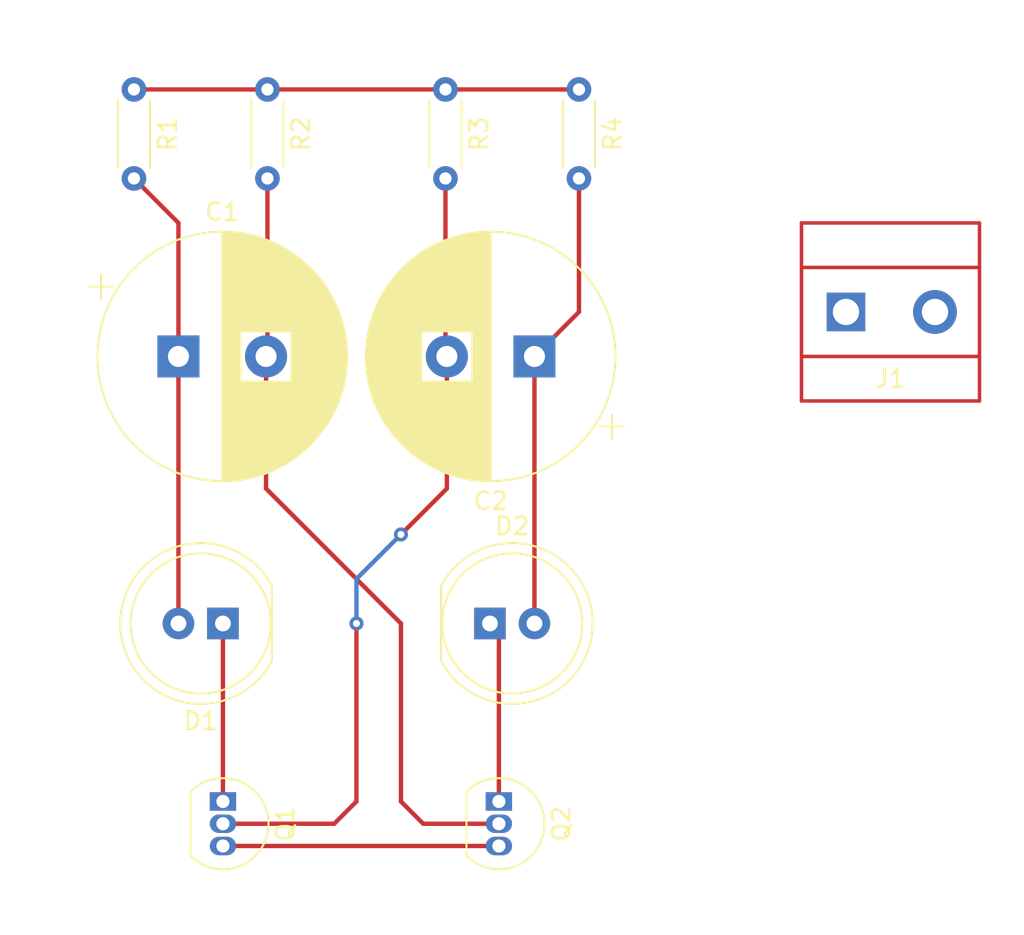
<source format=kicad_pcb>
(kicad_pcb (version 20211014) (generator pcbnew)
  (layers (0 "F.Cu" signal) (31 "B.Cu" signal) (34 "B.Paste" user) (35 "F.Paste" user) (36 "B.SilkS" user "B.Silkscreen") (37 "F.SilkS" user "F.Silkscreen") (38 "B.Mask" user) (39 "F.Mask" user) (44 "Edge.Cuts" user))
  (net 0 "")
  (net 1 "Net-(C1-Pad1)")
  (net 2 "Net-(C1-Pad2)")
  (net 3 "Net-(C2-Pad1)")
  (net 4 "Net-(C2-Pad2)")
  (net 5 "Net-(D1-Pad1)")
  (net 6 "Net-(D2-Pad1)")
  (net 7 "GND")
  (net 8 "VCC")
  (footprint "Resistor_THT:R_Axial_DIN0204_L3.6mm_D1.6mm_P5.08mm_Horizontal" (layer "F.Cu") (at 119.38 66.04 -90)
    (fp_text reference "R3" (at 2.54 -1.92 90) (layer "F.SilkS"))
    (fp_text value "470R")
    (fp_line (start 0.62 -0.92) (end 4.46 -0.92) (layer "F.SilkS") (width 0.12))
    (fp_line (start 0.62 0.92) (end 4.46 0.92) (layer "F.SilkS") (width 0.12))
    (pad "1" thru_hole circle (at 0 0 270) (size 1.4 1.4) (drill 0.7) (layers *.Cu *.Mask) (net 8 "VCC"))
    (pad "2" thru_hole oval (at 5.08 0 270) (size 1.4 1.4) (drill 0.7) (layers *.Cu *.Mask) (net 4 "Net-(C2-Pad2)"))
  )
  (footprint "Resistor_THT:R_Axial_DIN0204_L3.6mm_D1.6mm_P5.08mm_Horizontal" (layer "F.Cu") (at 101.6 66.04 -90)
    (fp_text reference "R1" (at 2.54 -1.92 90) (layer "F.SilkS"))
    (fp_text value "470R")
    (fp_line (start 0.62 0.92) (end 4.46 0.92) (layer "F.SilkS") (width 0.12))
    (fp_line (start 0.62 -0.92) (end 4.46 -0.92) (layer "F.SilkS") (width 0.12))
    (pad "1" thru_hole circle (at 0 0 270) (size 1.4 1.4) (drill 0.7) (layers *.Cu *.Mask) (net 8 "VCC"))
    (pad "2" thru_hole oval (at 5.08 0 270) (size 1.4 1.4) (drill 0.7) (layers *.Cu *.Mask) (net 1 "Net-(C1-Pad1)"))
  )
  (footprint "Capacitor_THT:CP_Radial_D14.0mm_P5.00mm" (layer "F.Cu") (at 104.14 81.28)
    (fp_text reference "C1" (at 2.5 -8.25) (layer "F.SilkS"))
    (fp_text value "100uF")
    (fp_line (start 6.221 1.44) (end 6.221 6.031) (layer "F.SilkS") (width 0.12))
    (fp_line (start 2.7 -7.078) (end 2.7 7.078) (layer "F.SilkS") (width 0.12))
    (fp_line (start 7.141 -5.361) (end 7.141 5.361) (layer "F.SilkS") (width 0.12))
    (fp_line (start 8.901 -3.08) (end 8.901 3.08) (layer "F.SilkS") (width 0.12))
    (fp_line (start 2.74 -7.076) (end 2.74 7.076) (layer "F.SilkS") (width 0.12))
    (fp_line (start 6.101 1.44) (end 6.101 6.103) (layer "F.SilkS") (width 0.12))
    (fp_line (start 3.901 1.44) (end 3.901 6.942) (layer "F.SilkS") (width 0.12))
    (fp_line (start 4.341 -6.839) (end 4.341 -1.44) (layer "F.SilkS") (width 0.12))
    (fp_line (start 5.581 1.44) (end 5.581 6.38) (layer "F.SilkS") (width 0.12))
    (fp_line (start 4.141 1.44) (end 4.141 6.889) (layer "F.SilkS") (width 0.12))
    (fp_line (start 8.021 -4.458) (end 8.021 4.458) (layer "F.SilkS") (width 0.12))
    (fp_line (start 5.341 -6.49) (end 5.341 -1.44) (layer "F.SilkS") (width 0.12))
    (fp_line (start 5.861 -6.238) (end 5.861 -1.44) (layer "F.SilkS") (width 0.12))
    (fp_line (start -5.119543 -3.995) (end -3.719543 -3.995) (layer "F.SilkS") (width 0.12))
    (fp_line (start -4.419543 -4.695) (end -4.419543 -3.295) (layer "F.SilkS") (width 0.12))
    (fp_line (start 6.261 1.44) (end 6.261 6.007) (layer "F.SilkS") (width 0.12))
    (fp_line (start 7.021 -5.462) (end 7.021 5.462) (layer "F.SilkS") (width 0.12))
    (fp_line (start 2.5 -7.08) (end 2.5 7.08) (layer "F.SilkS") (width 0.12))
    (fp_line (start 7.861 -4.647) (end 7.861 4.647) (layer "F.SilkS") (width 0.12))
    (fp_line (start 8.141 -4.306) (end 8.141 4.306) (layer "F.SilkS") (width 0.12))
    (fp_line (start 5.461 1.44) (end 5.461 6.436) (layer "F.SilkS") (width 0.12))
    (fp_line (start 8.061 -4.408) (end 8.061 4.408) (layer "F.SilkS") (width 0.12))
    (fp_line (start 7.661 -4.866) (end 7.661 4.866) (layer "F.SilkS") (width 0.12))
    (fp_line (start 7.061 -5.429) (end 7.061 5.429) (layer "F.SilkS") (width 0.12))
    (fp_line (start 5.181 1.44) (end 5.181 6.557) (layer "F.SilkS") (width 0.12))
    (fp_line (start 5.741 1.44) (end 5.741 6.301) (layer "F.SilkS") (width 0.12))
    (fp_line (start 6.261 -6.007) (end 6.261 -1.44) (layer "F.SilkS") (width 0.12))
    (fp_line (start 9.301 -2.071) (end 9.301 2.071) (layer "F.SilkS") (width 0.12))
    (fp_line (start 6.541 -5.823) (end 6.541 5.823) (layer "F.SilkS") (width 0.12))
    (fp_line (start 5.021 -6.62) (end 5.021 -1.44) (layer "F.SilkS") (width 0.12))
    (fp_line (start 3.621 1.44) (end 3.621 6.992) (layer "F.SilkS") (width 0.12))
    (fp_line (start 6.741 -5.68) (end 6.741 5.68) (layer "F.SilkS") (width 0.12))
    (fp_line (start 2.86 -7.071) (end 2.86 7.071) (layer "F.SilkS") (width 0.12))
    (fp_line (start 3.14 -7.052) (end 3.14 7.052) (layer "F.SilkS") (width 0.12))
    (fp_line (start 7.341 -5.182) (end 7.341 5.182) (layer "F.SilkS") (width 0.12))
    (fp_line (start 5.501 -6.418) (end 5.501 -1.44) (layer "F.SilkS") (width 0.12))
    (fp_line (start 3.941 -6.933) (end 3.941 -1.44) (layer "F.SilkS") (width 0.12))
    (fp_line (start 9.461 -1.461) (end 9.461 1.461) (layer "F.SilkS") (width 0.12))
    (fp_line (start 6.301 1.44) (end 6.301 5.982) (layer "F.SilkS") (width 0.12))
    (fp_line (start 4.061 -6.907) (end 4.061 -1.44) (layer "F.SilkS") (width 0.12))
    (fp_line (start 3.741 -6.972) (end 3.741 -1.44) (layer "F.SilkS") (width 0.12))
    (fp_line (start 5.621 1.44) (end 5.621 6.36) (layer "F.SilkS") (width 0.12))
    (fp_line (start 5.461 -6.436) (end 5.461 -1.44) (layer "F.SilkS") (width 0.12))
    (fp_line (start 5.141 1.44) (end 5.141 6.573) (layer "F.SilkS") (width 0.12))
    (fp_line (start 7.221 -5.291) (end 7.221 5.291) (layer "F.SilkS") (width 0.12))
    (fp_line (start 9.421 -1.636) (end 9.421 1.636) (layer "F.SilkS") (width 0.12))
    (fp_line (start 5.221 -6.54) (end 5.221 -1.44) (layer "F.SilkS") (width 0.12))
    (fp_line (start 8.261 -4.146) (end 8.261 4.146) (layer "F.SilkS") (width 0.12))
    (fp_line (start 4.741 -6.719) (end 4.741 -1.44) (layer "F.SilkS") (width 0.12))
    (fp_line (start 4.261 -6.86) (end 4.261 -1.44) (layer "F.SilkS") (width 0.12))
    (fp_line (start 3.701 1.44) (end 3.701 6.979) (layer "F.SilkS") (width 0.12))
    (fp_line (start 4.221 -6.87) (end 4.221 -1.44) (layer "F.SilkS") (width 0.12))
    (fp_line (start 7.981 -4.506) (end 7.981 4.506) (layer "F.SilkS") (width 0.12))
    (fp_line (start 8.861 -3.161) (end 8.861 3.161) (layer "F.SilkS") (width 0.12))
    (fp_line (start 8.781 -3.315) (end 8.781 3.315) (layer "F.SilkS") (width 0.12))
    (fp_line (start 4.621 1.44) (end 4.621 6.758) (layer "F.SilkS") (width 0.12))
    (fp_line (start 4.541 1.44) (end 4.541 6.782) (layer "F.SilkS") (width 0.12))
    (fp_line (start 9.381 -1.794) (end 9.381 1.794) (layer "F.SilkS") (width 0.12))
    (fp_line (start 4.661 1.44) (end 4.661 6.745) (layer "F.SilkS") (width 0.12))
    (fp_line (start 9.581 -0.714) (end 9.581 0.714) (layer "F.SilkS") (width 0.12))
    (fp_line (start 3.981 -6.925) (end 3.981 -1.44) (layer "F.SilkS") (width 0.12))
    (fp_line (start 7.741 -4.781) (end 7.741 4.781) (layer "F.SilkS") (width 0.12))
    (fp_line (start 8.701 -3.461) (end 8.701 3.461) (layer "F.SilkS") (width 0.12))
    (fp_line (start 6.781 -5.65) (end 6.781 5.65) (layer "F.SilkS") (width 0.12))
    (fp_line (start 3.221 -7.044) (end 3.221 7.044) (layer "F.SilkS") (width 0.12))
    (fp_line (start 3.02 -7.061) (end 3.02 7.061) (layer "F.SilkS") (width 0.12))
    (fp_line (start 4.381 -6.828) (end 4.381 -1.44) (layer "F.SilkS") (width 0.12))
    (fp_line (start 8.541 -3.73) (end 8.541 3.73) (layer "F.SilkS") (width 0.12))
    (fp_line (start 4.821 1.44) (end 4.821 6.692) (layer "F.SilkS") (width 0.12))
    (fp_line (start 4.181 1.44) (end 4.181 6.879) (layer "F.SilkS") (width 0.12))
    (fp_line (start 3.661 1.44) (end 3.661 6.985) (layer "F.SilkS") (width 0.12))
    (fp_line (start 6.181 -6.056) (end 6.181 -1.44) (layer "F.SilkS") (width 0.12))
    (fp_line (start 5.541 -6.399) (end 5.541 -1.44) (layer "F.SilkS") (width 0.12))
    (fp_line (start 5.781 -6.28) (end 5.781 -1.44) (layer "F.SilkS") (width 0.12))
    (fp_line (start 4.021 1.44) (end 4.021 6.916) (layer "F.SilkS") (width 0.12))
    (fp_line (start 4.461 1.44) (end 4.461 6.805) (layer "F.SilkS") (width 0.12))
    (fp_line (start 2.62 -7.079) (end 2.62 7.079) (layer "F.SilkS") (width 0.12))
    (fp_line (start 2.9 -7.069) (end 2.9 7.069) (layer "F.SilkS") (width 0.12))
    (fp_line (start 8.741 -3.389) (end 8.741 3.389) (layer "F.SilkS") (width 0.12))
    (fp_line (start 7.901 -4.601) (end 7.901 4.601) (layer "F.SilkS") (width 0.12))
    (fp_line (start 7.181 -5.326) (end 7.181 5.326) (layer "F.SilkS") (width 0.12))
    (fp_line (start 8.341 -4.033) (end 8.341 4.033) (layer "F.SilkS") (width 0.12))
    (fp_line (start 7.621 -4.908) (end 7.621 4.908) (layer "F.SilkS") (width 0.12))
    (fp_line (start 5.981 -6.172) (end 5.981 -1.44) (layer "F.SilkS") (width 0.12))
    (fp_line (start 5.141 -6.573) (end 5.141 -1.44) (layer "F.SilkS") (width 0.12))
    (fp_line (start 6.901 -5.558) (end 6.901 5.558) (layer "F.SilkS") (width 0.12))
    (fp_line (start 5.701 -6.321) (end 5.701 -1.44) (layer "F.SilkS") (width 0.12))
    (fp_line (start 6.421 -5.904) (end 6.421 -1.44) (layer "F.SilkS") (width 0.12))
    (fp_line (start 4.701 1.44) (end 4.701 6.732) (layer "F.SilkS") (width 0.12))
    (fp_line (start 8.821 -3.24) (end 8.821 3.24) (layer "F.SilkS") (width 0.12))
    (fp_line (start 9.261 -2.196) (end 9.261 2.196) (layer "F.SilkS") (width 0.12))
    (fp_line (start 3.781 -6.964) (end 3.781 -1.44) (layer "F.SilkS") (width 0.12))
    (fp_line (start 6.821 -5.62) (end 6.821 5.62) (layer "F.SilkS") (width 0.12))
    (fp_line (start 8.661 -3.531) (end 8.661 3.531) (layer "F.SilkS") (width 0.12))
    (fp_line (start 3.701 -6.979) (end 3.701 -1.44) (layer "F.SilkS") (width 0.12))
    (fp_line (start 3.861 1.44) (end 3.861 6.949) (layer "F.SilkS") (width 0.12))
    (fp_line (start 5.021 1.44) (end 5.021 6.62) (layer "F.SilkS") (width 0.12))
    (fp_line (start 6.301 -5.982) (end 6.301 -1.44) (layer "F.SilkS") (width 0.12))
    (fp_line (start 3.941 1.44) (end 3.941 6.933) (layer "F.SilkS") (width 0.12))
    (fp_line (start 4.501 -6.794) (end 4.501 -1.44) (layer "F.SilkS") (width 0.12))
    (fp_line (start 4.021 -6.916) (end 4.021 -1.44) (layer "F.SilkS") (width 0.12))
    (fp_line (start 6.141 -6.08) (end 6.141 -1.44) (layer "F.SilkS") (width 0.12))
    (fp_line (start 8.461 -3.856) (end 8.461 3.856) (layer "F.SilkS") (width 0.12))
    (fp_line (start 6.941 -5.527) (end 6.941 5.527) (layer "F.SilkS") (width 0.12))
    (fp_line (start 5.061 -6.604) (end 5.061 -1.44) (layer "F.SilkS") (width 0.12))
    (fp_line (start 8.301 -4.09) (end 8.301 4.09) (layer "F.SilkS") (width 0.12))
    (fp_line (start 6.181 1.44) (end 6.181 6.056) (layer "F.SilkS") (width 0.12))
    (fp_line (start 4.421 1.44) (end 4.421 6.817) (layer "F.SilkS") (width 0.12))
    (fp_line (start 3.341 -7.031) (end 3.341 7.031) (layer "F.SilkS") (width 0.12))
    (fp_line (start 7.781 -4.737) (end 7.781 4.737) (layer "F.SilkS") (width 0.12))
    (fp_line (start 8.501 -3.794) (end 8.501 3.794) (layer "F.SilkS") (width 0.12))
    (fp_line (start 5.301 1.44) (end 5.301 6.507) (layer "F.SilkS") (width 0.12))
    (fp_line (start 4.741 1.44) (end 4.741 6.719) (layer "F.SilkS") (width 0.12))
    (fp_line (start 3.381 -7.026) (end 3.381 7.026) (layer "F.SilkS") (width 0.12))
    (fp_line (start 3.861 -6.949) (end 3.861 -1.44) (layer "F.SilkS") (width 0.12))
    (fp_line (start 9.181 -2.425) (end 9.181 2.425) (layer "F.SilkS") (width 0.12))
    (fp_line (start 2.82 -7.073) (end 2.82 7.073) (layer "F.SilkS") (width 0.12))
    (fp_line (start 4.301 -6.849) (end 4.301 -1.44) (layer "F.SilkS") (width 0.12))
    (fp_line (start 7.301 -5.219) (end 7.301 5.219) (layer "F.SilkS") (width 0.12))
    (fp_line (start 4.541 -6.782) (end 4.541 -1.44) (layer "F.SilkS") (width 0.12))
    (fp_line (start 5.101 -6.589) (end 5.101 -1.44) (layer "F.SilkS") (width 0.12))
    (fp_line (start 5.181 -6.557) (end 5.181 -1.44) (layer "F.SilkS") (width 0.12))
    (fp_line (start 5.941 1.44) (end 5.941 6.194) (layer "F.SilkS") (width 0.12))
    (fp_line (start 4.381 1.44) (end 4.381 6.828) (layer "F.SilkS") (width 0.12))
    (fp_line (start 3.781 1.44) (end 3.781 6.964) (layer "F.SilkS") (width 0.12))
    (fp_line (start 3.1 -7.055) (end 3.1 7.055) (layer "F.SilkS") (width 0.12))
    (fp_line (start 6.581 -5.796) (end 6.581 5.796) (layer "F.SilkS") (width 0.12))
    (fp_line (start 9.021 -2.821) (end 9.021 2.821) (layer "F.SilkS") (width 0.12))
    (fp_line (start 4.941 -6.649) (end 4.941 -1.44) (layer "F.SilkS") (width 0.12))
    (fp_line (start 4.861 1.44) (end 4.861 6.678) (layer "F.SilkS") (width 0.12))
    (fp_line (start 4.261 1.44) (end 4.261 6.86) (layer "F.SilkS") (width 0.12))
    (fp_line (start 6.501 -5.851) (end 6.501 5.851) (layer "F.SilkS") (width 0.12))
    (fp_line (start 2.54 -7.08) (end 2.54 7.08) (layer "F.SilkS") (width 0.12))
    (fp_line (start 6.341 -5.956) (end 6.341 -1.44) (layer "F.SilkS") (width 0.12))
    (fp_line (start 3.501 -7.01) (end 3.501 7.01) (layer "F.SilkS") (width 0.12))
    (fp_line (start 6.981 -5.494) (end 6.981 5.494) (layer "F.SilkS") (width 0.12))
    (fp_line (start 5.661 1.44) (end 5.661 6.341) (layer "F.SilkS") (width 0.12))
    (fp_line (start 3.06 -7.058) (end 3.06 7.058) (layer "F.SilkS") (width 0.12))
    (fp_line (start 7.381 -5.145) (end 7.381 5.145) (layer "F.SilkS") (width 0.12))
    (fp_line (start 2.98 -7.064) (end 2.98 7.064) (layer "F.SilkS") (width 0.12))
    (fp_line (start 3.821 -6.957) (end 3.821 -1.44) (layer "F.SilkS") (width 0.12))
    (fp_line (start 6.701 -5.71) (end 6.701 5.71) (layer "F.SilkS") (width 0.12))
    (fp_line (start 6.101 -6.103) (end 6.101 -1.44) (layer "F.SilkS") (width 0.12))
    (fp_line (start 6.461 -5.878) (end 6.461 5.878) (layer "F.SilkS") (width 0.12))
    (fp_line (start 9.141 -2.53) (end 9.141 2.53) (layer "F.SilkS") (width 0.12))
    (fp_line (start 6.141 1.44) (end 6.141 6.08) (layer "F.SilkS") (width 0.12))
    (fp_line (start 6.021 -6.15) (end 6.021 -1.44) (layer "F.SilkS") (width 0.12))
    (fp_line (start 9.541 -1.025) (end 9.541 1.025) (layer "F.SilkS") (width 0.12))
    (fp_line (start 6.421 1.44) (end 6.421 5.904) (layer "F.SilkS") (width 0.12))
    (fp_line (start 3.981 1.44) (end 3.981 6.925) (layer "F.SilkS") (width 0.12))
    (fp_line (start 5.301 -6.507) (end 5.301 -1.44) (layer "F.SilkS") (width 0.12))
    (fp_line (start 2.66 -7.079) (end 2.66 7.079) (layer "F.SilkS") (width 0.12))
    (fp_line (start 4.101 -6.898) (end 4.101 -1.44) (layer "F.SilkS") (width 0.12))
    (fp_line (start 6.021 1.44) (end 6.021 6.15) (layer "F.SilkS") (width 0.12))
    (fp_line (start 9.061 -2.728) (end 9.061 2.728) (layer "F.SilkS") (width 0.12))
    (fp_line (start 7.581 -4.949) (end 7.581 4.949) (layer "F.SilkS") (width 0.12))
    (fp_line (start 9.101 -2.632) (end 9.101 2.632) (layer "F.SilkS") (width 0.12))
    (fp_line (start 8.381 -3.975) (end 8.381 3.975) (layer "F.SilkS") (width 0.12))
    (fp_line (start 4.461 -6.805) (end 4.461 -1.44) (layer "F.SilkS") (width 0.12))
    (fp_line (start 5.261 -6.524) (end 5.261 -1.44) (layer "F.SilkS") (width 0.12))
    (fp_line (start 5.621 -6.36) (end 5.621 -1.44) (layer "F.SilkS") (width 0.12))
    (fp_line (start 5.661 -6.341) (end 5.661 -1.44) (layer "F.SilkS") (width 0.12))
    (fp_line (start 6.061 1.44) (end 6.061 6.127) (layer "F.SilkS") (width 0.12))
    (fp_line (start 3.18 -7.048) (end 3.18 7.048) (layer "F.SilkS") (width 0.12))
    (fp_line (start 5.541 1.44) (end 5.541 6.399) (layer "F.SilkS") (width 0.12))
    (fp_line (start 6.861 -5.589) (end 6.861 5.589) (layer "F.SilkS") (width 0.12))
    (fp_line (start 8.981 -2.911) (end 8.981 2.911) (layer "F.SilkS") (width 0.12))
    (fp_line (start 8.421 -3.916) (end 8.421 3.916) (layer "F.SilkS") (width 0.12))
    (fp_line (start 5.741 -6.301) (end 5.741 -1.44) (layer "F.SilkS") (width 0.12))
    (fp_line (start 4.621 -6.758) (end 4.621 -1.44) (layer "F.SilkS") (width 0.12))
    (fp_line (start 6.381 1.44) (end 6.381 5.93) (layer "F.SilkS") (width 0.12))
    (fp_line (start 5.581 -6.38) (end 5.581 -1.44) (layer "F.SilkS") (width 0.12))
    (fp_line (start 9.501 -1.262) (end 9.501 1.262) (layer "F.SilkS") (width 0.12))
    (fp_line (start 8.581 -3.666) (end 8.581 3.666) (layer "F.SilkS") (width 0.12))
    (fp_line (start 6.381 -5.93) (end 6.381 -1.44) (layer "F.SilkS") (width 0.12))
    (fp_line (start 4.861 -6.678) (end 4.861 -1.44) (layer "F.SilkS") (width 0.12))
    (fp_line (start 6.661 -5.739) (end 6.661 5.739) (layer "F.SilkS") (width 0.12))
    (fp_line (start 5.781 1.44) (end 5.781 6.28) (layer "F.SilkS") (width 0.12))
    (fp_line (start 5.821 1.44) (end 5.821 6.259) (layer "F.SilkS") (width 0.12))
    (fp_line (start 4.581 1.44) (end 4.581 6.77) (layer "F.SilkS") (width 0.12))
    (fp_line (start 5.261 1.44) (end 5.261 6.524) (layer "F.SilkS") (width 0.12))
    (fp_line (start 6.221 -6.031) (end 6.221 -1.44) (layer "F.SilkS") (width 0.12))
    (fp_line (start 4.781 1.44) (end 4.781 6.706) (layer "F.SilkS") (width 0.12))
    (fp_line (start 3.741 1.44) (end 3.741 6.972) (layer "F.SilkS") (width 0.12))
    (fp_line (start 5.381 -6.472) (end 5.381 -1.44) (layer "F.SilkS") (width 0.12))
    (fp_line (start 5.101 1.44) (end 5.101 6.589) (layer "F.SilkS") (width 0.12))
    (fp_line (start 5.381 1.44) (end 5.381 6.472) (layer "F.SilkS") (width 0.12))
    (fp_line (start 8.181 -4.254) (end 8.181 4.254) (layer "F.SilkS") (width 0.12))
    (fp_line (start 4.421 -6.817) (end 4.421 -1.44) (layer "F.SilkS") (width 0.12))
    (fp_line (start 4.901 -6.664) (end 4.901 -1.44) (layer "F.SilkS") (width 0.12))
    (fp_line (start 3.261 -7.04) (end 3.261 7.04) (layer "F.SilkS") (width 0.12))
    (fp_line (start 4.981 1.44) (end 4.981 6.635) (layer "F.SilkS") (width 0.12))
    (fp_line (start 2.94 -7.067) (end 2.94 7.067) (layer "F.SilkS") (width 0.12))
    (fp_line (start 6.061 -6.127) (end 6.061 -1.44) (layer "F.SilkS") (width 0.12))
    (fp_line (start 5.341 1.44) (end 5.341 6.49) (layer "F.SilkS") (width 0.12))
    (fp_line (start 3.301 -7.035) (end 3.301 7.035) (layer "F.SilkS") (width 0.12))
    (fp_line (start 4.781 -6.706) (end 4.781 -1.44) (layer "F.SilkS") (width 0.12))
    (fp_line (start 4.101 1.44) (end 4.101 6.898) (layer "F.SilkS") (width 0.12))
    (fp_line (start 3.901 -6.942) (end 3.901 -1.44) (layer "F.SilkS") (width 0.12))
    (fp_line (start 7.461 -5.069) (end 7.461 5.069) (layer "F.SilkS") (width 0.12))
    (fp_line (start 7.421 -5.107) (end 7.421 5.107) (layer "F.SilkS") (width 0.12))
    (fp_line (start 4.701 -6.732) (end 4.701 -1.44) (layer "F.SilkS") (width 0.12))
    (fp_line (start 4.661 -6.745) (end 4.661 -1.44) (layer "F.SilkS") (width 0.12))
    (fp_line (start 5.901 -6.216) (end 5.901 -1.44) (layer "F.SilkS") (width 0.12))
    (fp_line (start 5.821 -6.259) (end 5.821 -1.44) (layer "F.SilkS") (width 0.12))
    (fp_line (start 3.581 -6.998) (end 3.581 -1.44) (layer "F.SilkS") (width 0.12))
    (fp_line (start 4.341 1.44) (end 4.341 6.839) (layer "F.SilkS") (width 0.12))
    (fp_line (start 4.821 -6.692) (end 4.821 -1.44) (layer "F.SilkS") (width 0.12))
    (fp_line (start 5.901 1.44) (end 5.901 6.216) (layer "F.SilkS") (width 0.12))
    (fp_line (start 5.421 1.44) (end 5.421 6.454) (layer "F.SilkS") (width 0.12))
    (fp_line (start 4.581 -6.77) (end 4.581 -1.44) (layer "F.SilkS") (width 0.12))
    (fp_line (start 4.501 1.44) (end 4.501 6.794) (layer "F.SilkS") (width 0.12))
    (fp_line (start 4.941 1.44) (end 4.941 6.649) (layer "F.SilkS") (width 0.12))
    (fp_line (start 4.141 -6.889) (end 4.141 -1.44) (layer "F.SilkS") (width 0.12))
    (fp_line (start 3.541 -7.004) (end 3.541 7.004) (layer "F.SilkS") (width 0.12))
    (fp_line (start 4.181 -6.879) (end 4.181 -1.44) (layer "F.SilkS") (width 0.12))
    (fp_line (start 7.501 -5.029) (end 7.501 5.029) (layer "F.SilkS") (width 0.12))
    (fp_line (start 8.101 -4.358) (end 8.101 4.358) (layer "F.SilkS") (width 0.12))
    (fp_line (start 5.221 1.44) (end 5.221 6.54) (layer "F.SilkS") (width 0.12))
    (fp_line (start 9.341 -1.938) (end 9.341 1.938) (layer "F.SilkS") (width 0.12))
    (fp_line (start 3.621 -6.992) (end 3.621 -1.44) (layer "F.SilkS") (width 0.12))
    (fp_line (start 6.621 -5.767) (end 6.621 5.767) (layer "F.SilkS") (width 0.12))
    (fp_line (start 3.581 1.44) (end 3.581 6.998) (layer "F.SilkS") (width 0.12))
    (fp_line (start 4.221 1.44) (end 4.221 6.87) (layer "F.SilkS") (width 0.12))
    (fp_line (start 4.901 1.44) (end 4.901 6.664) (layer "F.SilkS") (width 0.12))
    (fp_line (start 7.941 -4.554) (end 7.941 4.554) (layer "F.SilkS") (width 0.12))
    (fp_line (start 6.341 1.44) (end 6.341 5.956) (layer "F.SilkS") (width 0.12))
    (fp_line (start 9.221 -2.313) (end 9.221 2.313) (layer "F.SilkS") (width 0.12))
    (fp_line (start 4.301 1.44) (end 4.301 6.849) (layer "F.SilkS") (width 0.12))
    (fp_line (start 4.981 -6.635) (end 4.981 -1.44) (layer "F.SilkS") (width 0.12))
    (fp_line (start 2.78 -7.075) (end 2.78 7.075) (layer "F.SilkS") (width 0.12))
    (fp_line (start 5.861 1.44) (end 5.861 6.238) (layer "F.SilkS") (width 0.12))
    (fp_line (start 3.661 -6.985) (end 3.661 -1.44) (layer "F.SilkS") (width 0.12))
    (fp_line (start 7.541 -4.99) (end 7.541 4.99) (layer "F.SilkS") (width 0.12))
    (fp_line (start 5.701 1.44) (end 5.701 6.321) (layer "F.SilkS") (width 0.12))
    (fp_line (start 5.941 -6.194) (end 5.941 -1.44) (layer "F.SilkS") (width 0.12))
    (fp_line (start 4.061 1.44) (end 4.061 6.907) (layer "F.SilkS") (width 0.12))
    (fp_line (start 8.221 -4.2) (end 8.221 4.2) (layer "F.SilkS") (width 0.12))
    (fp_line (start 8.941 -2.997) (end 8.941 2.997) (layer "F.SilkS") (width 0.12))
    (fp_line (start 5.981 1.44) (end 5.981 6.172) (layer "F.SilkS") (width 0.12))
    (fp_line (start 5.501 1.44) (end 5.501 6.418) (layer "F.SilkS") (width 0.12))
    (fp_line (start 5.421 -6.454) (end 5.421 -1.44) (layer "F.SilkS") (width 0.12))
    (fp_line (start 7.821 -4.693) (end 7.821 4.693) (layer "F.SilkS") (width 0.12))
    (fp_line (start 7.701 -4.824) (end 7.701 4.824) (layer "F.SilkS") (width 0.12))
    (fp_line (start 3.421 -7.021) (end 3.421 7.021) (layer "F.SilkS") (width 0.12))
    (fp_line (start 3.461 -7.015) (end 3.461 7.015) (layer "F.SilkS") (width 0.12))
    (fp_line (start 8.621 -3.599) (end 8.621 3.599) (layer "F.SilkS") (width 0.12))
    (fp_line (start 2.58 -7.08) (end 2.58 7.08) (layer "F.SilkS") (width 0.12))
    (fp_line (start 5.061 1.44) (end 5.061 6.604) (layer "F.SilkS") (width 0.12))
    (fp_line (start 3.821 1.44) (end 3.821 6.957) (layer "F.SilkS") (width 0.12))
    (fp_line (start 7.261 -5.255) (end 7.261 5.255) (layer "F.SilkS") (width 0.12))
    (fp_line (start 7.101 -5.395) (end 7.101 5.395) (layer "F.SilkS") (width 0.12))
    (fp_circle (center 2.5 0) (end 9.62 0) (layer "F.SilkS") (width 0.12) (fill none))
    (pad "1" thru_hole rect (at 0 0) (size 2.4 2.4) (drill 1.2) (layers *.Cu *.Mask) (net 1 "Net-(C1-Pad1)"))
    (pad "2" thru_hole circle (at 5 0) (size 2.4 2.4) (drill 1.2) (layers *.Cu *.Mask) (net 2 "Net-(C1-Pad2)"))
  )
  (footprint "Package_TO_SOT_THT:TO-92_Inline" (layer "F.Cu") (at 122.43 106.68 -90)
    (fp_text reference "Q2" (at 1.27 -3.56 90) (layer "F.SilkS"))
    (fp_text value "BC237")
    (fp_line (start -0.53 1.85) (end 3.07 1.85) (layer "F.SilkS") (width 0.12))
    (fp_arc (start -0.568478 1.838478) (mid -1.132087 -0.994977) (end 1.27 -2.6) (layer "F.SilkS") (width 0.12))
    (fp_arc (start 1.27 -2.6) (mid 3.672087 -0.994977) (end 3.108478 1.838478) (layer "F.SilkS") (width 0.12))
    (pad "1" thru_hole rect (at 0 0 270) (size 1.05 1.5) (drill 0.75) (layers *.Cu *.Mask) (net 6 "Net-(D2-Pad1)"))
    (pad "2" thru_hole oval (at 1.27 0 270) (size 1.05 1.5) (drill 0.75) (layers *.Cu *.Mask) (net 2 "Net-(C1-Pad2)"))
    (pad "3" thru_hole oval (at 2.54 0 270) (size 1.05 1.5) (drill 0.75) (layers *.Cu *.Mask) (net 7 "GND"))
  )
  (footprint "Resistor_THT:R_Axial_DIN0204_L3.6mm_D1.6mm_P5.08mm_Horizontal" (layer "F.Cu") (at 109.22 66.04 -90)
    (fp_text reference "R2" (at 2.54 -1.92 90) (layer "F.SilkS"))
    (fp_text value "10K")
    (fp_line (start 0.62 -0.92) (end 4.46 -0.92) (layer "F.SilkS") (width 0.12))
    (fp_line (start 0.62 0.92) (end 4.46 0.92) (layer "F.SilkS") (width 0.12))
    (pad "1" thru_hole circle (at 0 0 270) (size 1.4 1.4) (drill 0.7) (layers *.Cu *.Mask) (net 8 "VCC"))
    (pad "2" thru_hole oval (at 5.08 0 270) (size 1.4 1.4) (drill 0.7) (layers *.Cu *.Mask) (net 2 "Net-(C1-Pad2)"))
  )
  (footprint "Resistor_THT:R_Axial_DIN0204_L3.6mm_D1.6mm_P5.08mm_Horizontal" (layer "F.Cu") (at 127 66.04 -90)
    (fp_text reference "R4" (at 2.54 -1.92 90) (layer "F.SilkS"))
    (fp_text value "10K")
    (fp_line (start 0.62 0.92) (end 4.46 0.92) (layer "F.SilkS") (width 0.12))
    (fp_line (start 0.62 -0.92) (end 4.46 -0.92) (layer "F.SilkS") (width 0.12))
    (pad "1" thru_hole circle (at 0 0 270) (size 1.4 1.4) (drill 0.7) (layers *.Cu *.Mask) (net 8 "VCC"))
    (pad "2" thru_hole oval (at 5.08 0 270) (size 1.4 1.4) (drill 0.7) (layers *.Cu *.Mask) (net 3 "Net-(C2-Pad1)"))
  )
  (footprint "lib_pcb:thermalblock" (layer "F.Cu") (at 142.24 78.74)
    (fp_text reference "J1" (at 2.54 3.81 unlocked) (layer "F.SilkS"))
    (fp_text value "termalblock")
    (fp_line (start 7.62 5.08) (end 7.62 -5.08) (layer "F.Cu") (width 0.2))
    (fp_line (start 7.62 -5.08) (end -2.54 -5.08) (layer "F.Cu") (width 0.2))
    (fp_line (start -2.54 2.54) (end 7.62 2.54) (layer "F.Cu") (width 0.2))
    (fp_line (start -2.54 -5.08) (end -2.54 5.08) (layer "F.Cu") (width 0.2))
    (fp_line (start -2.54 -2.54) (end 7.62 -2.54) (layer "F.Cu") (width 0.2))
    (fp_line (start -2.54 5.08) (end 7.62 5.08) (layer "F.Cu") (width 0.2))
    (pad "1" thru_hole rect (at 0 0) (size 2.2 2.2) (drill 1.5) (layers *.Cu *.Mask))
    (pad "2" thru_hole circle (at 5.08 0) (size 2.5 2.5) (drill 1.5) (layers *.Cu *.Mask))
  )
  (footprint "LED_THT:LED_D8.0mm" (layer "F.Cu") (at 106.68 96.52 180)
    (fp_text reference "D1" (at 1.27 -5.56) (layer "F.SilkS"))
    (fp_text value "LED")
    (fp_line (start -2.79 -2.142) (end -2.79 2.142) (layer "F.SilkS") (width 0.12))
    (fp_arc (start 5.86 -0.000486) (mid 2.373119 4.455472) (end -2.79 2.141145) (layer "F.SilkS") (width 0.12))
    (fp_arc (start -2.79 -2.141145) (mid 2.373119 -4.455472) (end 5.86 0.000486) (layer "F.SilkS") (width 0.12))
    (fp_circle (center 1.27 0) (end 5.27 0) (layer "F.SilkS") (width 0.12) (fill none))
    (pad "1" thru_hole rect (at 0 0 180) (size 1.8 1.8) (drill 0.9) (layers *.Cu *.Mask) (net 5 "Net-(D1-Pad1)"))
    (pad "2" thru_hole circle (at 2.54 0 180) (size 1.8 1.8) (drill 0.9) (layers *.Cu *.Mask) (net 1 "Net-(C1-Pad1)"))
  )
  (footprint "LED_THT:LED_D8.0mm" (layer "F.Cu") (at 121.92 96.52)
    (fp_text reference "D2" (at 1.27 -5.56) (layer "F.SilkS"))
    (fp_text value "LED")
    (fp_line (start -2.79 -2.142) (end -2.79 2.142) (layer "F.SilkS") (width 0.12))
    (fp_arc (start 5.86 -0.000486) (mid 2.373119 4.455472) (end -2.79 2.141145) (layer "F.SilkS") (width 0.12))
    (fp_arc (start -2.79 -2.141145) (mid 2.373119 -4.455472) (end 5.86 0.000486) (layer "F.SilkS") (width 0.12))
    (fp_circle (center 1.27 0) (end 5.27 0) (layer "F.SilkS") (width 0.12) (fill none))
    (pad "1" thru_hole rect (at 0 0) (size 1.8 1.8) (drill 0.9) (layers *.Cu *.Mask) (net 6 "Net-(D2-Pad1)"))
    (pad "2" thru_hole circle (at 2.54 0) (size 1.8 1.8) (drill 0.9) (layers *.Cu *.Mask) (net 3 "Net-(C2-Pad1)"))
  )
  (footprint "Capacitor_THT:CP_Radial_D14.0mm_P5.00mm" (layer "F.Cu") (at 124.46 81.28 180)
    (fp_text reference "C2" (at 2.5 -8.25) (layer "F.SilkS"))
    (fp_text value "100uF")
    (fp_line (start 7.261 -5.255) (end 7.261 5.255) (layer "F.SilkS") (width 0.12))
    (fp_line (start -5.119543 -3.995) (end -3.719543 -3.995) (layer "F.SilkS") (width 0.12))
    (fp_line (start 2.74 -7.076) (end 2.74 7.076) (layer "F.SilkS") (width 0.12))
    (fp_line (start 3.541 -7.004) (end 3.541 7.004) (layer "F.SilkS") (width 0.12))
    (fp_line (start 8.901 -3.08) (end 8.901 3.08) (layer "F.SilkS") (width 0.12))
    (fp_line (start 3.261 -7.04) (end 3.261 7.04) (layer "F.SilkS") (width 0.12))
    (fp_line (start 5.701 1.44) (end 5.701 6.321) (layer "F.SilkS") (width 0.12))
    (fp_line (start 6.301 1.44) (end 6.301 5.982) (layer "F.SilkS") (width 0.12))
    (fp_line (start 4.461 -6.805) (end 4.461 -1.44) (layer "F.SilkS") (width 0.12))
    (fp_line (start 9.421 -1.636) (end 9.421 1.636) (layer "F.SilkS") (width 0.12))
    (fp_line (start 4.061 -6.907) (end 4.061 -1.44) (layer "F.SilkS") (width 0.12))
    (fp_line (start 6.901 -5.558) (end 6.901 5.558) (layer "F.SilkS") (width 0.12))
    (fp_line (start 4.901 1.44) (end 4.901 6.664) (layer "F.SilkS") (width 0.12))
    (fp_line (start 3.14 -7.052) (end 3.14 7.052) (layer "F.SilkS") (width 0.12))
    (fp_line (start 6.701 -5.71) (end 6.701 5.71) (layer "F.SilkS") (width 0.12))
    (fp_line (start 9.461 -1.461) (end 9.461 1.461) (layer "F.SilkS") (width 0.12))
    (fp_line (start 3.421 -7.021) (end 3.421 7.021) (layer "F.SilkS") (width 0.12))
    (fp_line (start 4.941 -6.649) (end 4.941 -1.44) (layer "F.SilkS") (width 0.12))
    (fp_line (start 3.581 1.44) (end 3.581 6.998) (layer "F.SilkS") (width 0.12))
    (fp_line (start 5.821 -6.259) (end 5.821 -1.44) (layer "F.SilkS") (width 0.12))
    (fp_line (start 3.861 1.44) (end 3.861 6.949) (layer "F.SilkS") (width 0.12))
    (fp_line (start 7.981 -4.506) (end 7.981 4.506) (layer "F.SilkS") (width 0.12))
    (fp_line (start 9.061 -2.728) (end 9.061 2.728) (layer "F.SilkS") (width 0.12))
    (fp_line (start 7.141 -5.361) (end 7.141 5.361) (layer "F.SilkS") (width 0.12))
    (fp_line (start 4.101 1.44) (end 4.101 6.898) (layer "F.SilkS") (width 0.12))
    (fp_line (start 8.621 -3.599) (end 8.621 3.599) (layer "F.SilkS") (width 0.12))
    (fp_line (start 7.741 -4.781) (end 7.741 4.781) (layer "F.SilkS") (width 0.12))
    (fp_line (start 2.82 -7.073) (end 2.82 7.073) (layer "F.SilkS") (width 0.12))
    (fp_line (start 3.821 -6.957) (end 3.821 -1.44) (layer "F.SilkS") (width 0.12))
    (fp_line (start 3.341 -7.031) (end 3.341 7.031) (layer "F.SilkS") (width 0.12))
    (fp_line (start 2.94 -7.067) (end 2.94 7.067) (layer "F.SilkS") (width 0.12))
    (fp_line (start 7.381 -5.145) (end 7.381 5.145) (layer "F.SilkS") (width 0.12))
    (fp_line (start 8.861 -3.161) (end 8.861 3.161) (layer "F.SilkS") (width 0.12))
    (fp_line (start 3.821 1.44) (end 3.821 6.957) (layer "F.SilkS") (width 0.12))
    (fp_line (start 5.101 -6.589) (end 5.101 -1.44) (layer "F.SilkS") (width 0.12))
    (fp_line (start 8.581 -3.666) (end 8.581 3.666) (layer "F.SilkS") (width 0.12))
    (fp_line (start 3.941 1.44) (end 3.941 6.933) (layer "F.SilkS") (width 0.12))
    (fp_line (start 5.701 -6.321) (end 5.701 -1.44) (layer "F.SilkS") (width 0.12))
    (fp_line (start 4.621 1.44) (end 4.621 6.758) (layer "F.SilkS") (width 0.12))
    (fp_line (start 5.821 1.44) (end 5.821 6.259) (layer "F.SilkS") (width 0.12))
    (fp_line (start 4.861 -6.678) (end 4.861 -1.44) (layer "F.SilkS") (width 0.12))
    (fp_line (start 5.941 1.44) (end 5.941 6.194) (layer "F.SilkS") (width 0.12))
    (fp_line (start 5.021 1.44) (end 5.021 6.62) (layer "F.SilkS") (width 0.12))
    (fp_line (start 6.661 -5.739) (end 6.661 5.739) (layer "F.SilkS") (width 0.12))
    (fp_line (start 6.301 -5.982) (end 6.301 -1.44) (layer "F.SilkS") (width 0.12))
    (fp_line (start 6.221 1.44) (end 6.221 6.031) (layer "F.SilkS") (width 0.12))
    (fp_line (start 5.661 1.44) (end 5.661 6.341) (layer "F.SilkS") (width 0.12))
    (fp_line (start 4.061 1.44) (end 4.061 6.907) (layer "F.SilkS") (width 0.12))
    (fp_line (start 4.781 -6.706) (end 4.781 -1.44) (layer "F.SilkS") (width 0.12))
    (fp_line (start 4.261 1.44) (end 4.261 6.86) (layer "F.SilkS") (width 0.12))
    (fp_line (start 7.901 -4.601) (end 7.901 4.601) (layer "F.SilkS") (width 0.12))
    (fp_line (start 4.141 -6.889) (end 4.141 -1.44) (layer "F.SilkS") (width 0.12))
    (fp_line (start 6.421 1.44) (end 6.421 5.904) (layer "F.SilkS") (width 0.12))
    (fp_line (start 7.181 -5.326) (end 7.181 5.326) (layer "F.SilkS") (width 0.12))
    (fp_line (start 6.181 -6.056) (end 6.181 -1.44) (layer "F.SilkS") (width 0.12))
    (fp_line (start 3.861 -6.949) (end 3.861 -1.44) (layer "F.SilkS") (width 0.12))
    (fp_line (start 3.06 -7.058) (end 3.06 7.058) (layer "F.SilkS") (width 0.12))
    (fp_line (start 9.301 -2.071) (end 9.301 2.071) (layer "F.SilkS") (width 0.12))
    (fp_line (start 3.981 -6.925) (end 3.981 -1.44) (layer "F.SilkS") (width 0.12))
    (fp_line (start 6.181 1.44) (end 6.181 6.056) (layer "F.SilkS") (width 0.12))
    (fp_line (start 5.621 1.44) (end 5.621 6.36) (layer "F.SilkS") (width 0.12))
    (fp_line (start 3.621 -6.992) (end 3.621 -1.44) (layer "F.SilkS") (width 0.12))
    (fp_line (start 7.501 -5.029) (end 7.501 5.029) (layer "F.SilkS") (width 0.12))
    (fp_line (start 4.741 -6.719) (end 4.741 -1.44) (layer "F.SilkS") (width 0.12))
    (fp_line (start 3.621 1.44) (end 3.621 6.992) (layer "F.SilkS") (width 0.12))
    (fp_line (start 5.101 1.44) (end 5.101 6.589) (layer "F.SilkS") (width 0.12))
    (fp_line (start 6.341 1.44) (end 6.341 5.956) (layer "F.SilkS") (width 0.12))
    (fp_line (start 6.381 1.44) (end 6.381 5.93) (layer "F.SilkS") (width 0.12))
    (fp_line (start 3.741 1.44) (end 3.741 6.972) (layer "F.SilkS") (width 0.12))
    (fp_line (start 7.661 -4.866) (end 7.661 4.866) (layer "F.SilkS") (width 0.12))
    (fp_line (start 9.141 -2.53) (end 9.141 2.53) (layer "F.SilkS") (width 0.12))
    (fp_line (start 8.461 -3.856) (end 8.461 3.856) (layer "F.SilkS") (width 0.12))
    (fp_line (start 6.061 -6.127) (end 6.061 -1.44) (layer "F.SilkS") (width 0.12))
    (fp_line (start 5.541 -6.399) (end 5.541 -1.44) (layer "F.SilkS") (width 0.12))
    (fp_line (start 4.141 1.44) (end 4.141 6.889) (layer "F.SilkS") (width 0.12))
    (fp_line (start 6.541 -5.823) (end 6.541 5.823) (layer "F.SilkS") (width 0.12))
    (fp_line (start 5.541 1.44) (end 5.541 6.399) (layer "F.SilkS") (width 0.12))
    (fp_line (start 7.061 -5.429) (end 7.061 5.429) (layer "F.SilkS") (width 0.12))
    (fp_line (start 7.221 -5.291) (end 7.221 5.291) (layer "F.SilkS") (width 0.12))
    (fp_line (start 8.021 -4.458) (end 8.021 4.458) (layer "F.SilkS") (width 0.12))
    (fp_line (start 8.181 -4.254) (end 8.181 4.254) (layer "F.SilkS") (width 0.12))
    (fp_line (start 5.661 -6.341) (end 5.661 -1.44) (layer "F.SilkS") (width 0.12))
    (fp_line (start 7.821 -4.693) (end 7.821 4.693) (layer "F.SilkS") (width 0.12))
    (fp_line (start 8.701 -3.461) (end 8.701 3.461) (layer "F.SilkS") (width 0.12))
    (fp_line (start 5.981 -6.172) (end 5.981 -1.44) (layer "F.SilkS") (width 0.12))
    (fp_line (start 9.221 -2.313) (end 9.221 2.313) (layer "F.SilkS") (width 0.12))
    (fp_line (start 4.541 -6.782) (end 4.541 -1.44) (layer "F.SilkS") (width 0.12))
    (fp_line (start 2.66 -7.079) (end 2.66 7.079) (layer "F.SilkS") (width 0.12))
    (fp_line (start 3.941 -6.933) (end 3.941 -1.44) (layer "F.SilkS") (width 0.12))
    (fp_line (start 4.701 1.44) (end 4.701 6.732) (layer "F.SilkS") (width 0.12))
    (fp_line (start 6.221 -6.031) (end 6.221 -1.44) (layer "F.SilkS") (width 0.12))
    (fp_line (start 4.301 1.44) (end 4.301 6.849) (layer "F.SilkS") (width 0.12))
    (fp_line (start 4.181 1.44) (end 4.181 6.879) (layer "F.SilkS") (width 0.12))
    (fp_line (start 7.781 -4.737) (end 7.781 4.737) (layer "F.SilkS") (width 0.12))
    (fp_line (start 3.741 -6.972) (end 3.741 -1.44) (layer "F.SilkS") (width 0.12))
    (fp_line (start 4.381 -6.828) (end 4.381 -1.44) (layer "F.SilkS") (width 0.12))
    (fp_line (start 5.381 -6.472) (end 5.381 -1.44) (layer "F.SilkS") (width 0.12))
    (fp_line (start 4.261 -6.86) (end 4.261 -1.44) (layer "F.SilkS") (width 0.12))
    (fp_line (start 6.101 1.44) (end 6.101 6.103) (layer "F.SilkS") (width 0.12))
    (fp_line (start 7.581 -4.949) (end 7.581 4.949) (layer "F.SilkS") (width 0.12))
    (fp_line (start 8.141 -4.306) (end 8.141 4.306) (layer "F.SilkS") (width 0.12))
    (fp_line (start 3.461 -7.015) (end 3.461 7.015) (layer "F.SilkS") (width 0.12))
    (fp_line (start 5.221 1.44) (end 5.221 6.54) (layer "F.SilkS") (width 0.12))
    (fp_line (start 2.58 -7.08) (end 2.58 7.08) (layer "F.SilkS") (width 0.12))
    (fp_line (start 5.261 -6.524) (end 5.261 -1.44) (layer "F.SilkS") (width 0.12))
    (fp_line (start 2.54 -7.08) (end 2.54 7.08) (layer "F.SilkS") (width 0.12))
    (fp_line (start 8.221 -4.2) (end 8.221 4.2) (layer "F.SilkS") (width 0.12))
    (fp_line (start 6.261 -6.007) (end 6.261 -1.44) (layer "F.SilkS") (width 0.12))
    (fp_line (start 4.581 1.44) (end 4.581 6.77) (layer "F.SilkS") (width 0.12))
    (fp_line (start 3.02 -7.061) (end 3.02 7.061) (layer "F.SilkS") (width 0.12))
    (fp_line (start 3.901 1.44) (end 3.901 6.942) (layer "F.SilkS") (width 0.12))
    (fp_line (start 5.301 1.44) (end 5.301 6.507) (layer "F.SilkS") (width 0.12))
    (fp_line (start 9.341 -1.938) (end 9.341 1.938) (layer "F.SilkS") (width 0.12))
    (fp_line (start 6.141 1.44) (end 6.141 6.08) (layer "F.SilkS") (width 0.12))
    (fp_line (start 9.581 -0.714) (end 9.581 0.714) (layer "F.SilkS") (width 0.12))
    (fp_line (start 5.461 1.44) (end 5.461 6.436) (layer "F.SilkS") (width 0.12))
    (fp_line (start 5.981 1.44) (end 5.981 6.172) (layer "F.SilkS") (width 0.12))
    (fp_line (start 5.341 1.44) (end 5.341 6.49) (layer "F.SilkS") (width 0.12))
    (fp_line (start 8.941 -2.997) (end 8.941 2.997) (layer "F.SilkS") (width 0.12))
    (fp_line (start 8.741 -3.389) (end 8.741 3.389) (layer "F.SilkS") (width 0.12))
    (fp_line (start 4.821 -6.692) (end 4.821 -1.44) (layer "F.SilkS") (width 0.12))
    (fp_line (start 3.501 -7.01) (end 3.501 7.01) (layer "F.SilkS") (width 0.12))
    (fp_line (start 3.18 -7.048) (end 3.18 7.048) (layer "F.SilkS") (width 0.12))
    (fp_line (start 7.861 -4.647) (end 7.861 4.647) (layer "F.SilkS") (width 0.12))
    (fp_line (start 8.301 -4.09) (end 8.301 4.09) (layer "F.SilkS") (width 0.12))
    (fp_line (start 4.901 -6.664) (end 4.901 -1.44) (layer "F.SilkS") (width 0.12))
    (fp_line (start 4.621 -6.758) (end 4.621 -1.44) (layer "F.SilkS") (width 0.12))
    (fp_line (start 6.461 -5.878) (end 6.461 5.878) (layer "F.SilkS") (width 0.12))
    (fp_line (start 4.541 1.44) (end 4.541 6.782) (layer "F.SilkS") (width 0.12))
    (fp_line (start 5.781 -6.28) (end 5.781 -1.44) (layer "F.SilkS") (width 0.12))
    (fp_line (start 3.221 -7.044) (end 3.221 7.044) (layer "F.SilkS") (width 0.12))
    (fp_line (start 5.141 1.44) (end 5.141 6.573) (layer "F.SilkS") (width 0.12))
    (fp_line (start 5.741 1.44) (end 5.741 6.301) (layer "F.SilkS") (width 0.12))
    (fp_line (start 3.781 -6.964) (end 3.781 -1.44) (layer "F.SilkS") (width 0.12))
    (fp_line (start 4.301 -6.849) (end 4.301 -1.44) (layer "F.SilkS") (width 0.12))
    (fp_line (start 2.78 -7.075) (end 2.78 7.075) (layer "F.SilkS") (width 0.12))
    (fp_line (start 8.101 -4.358) (end 8.101 4.358) (layer "F.SilkS") (width 0.12))
    (fp_line (start 5.181 1.44) (end 5.181 6.557) (layer "F.SilkS") (width 0.12))
    (fp_line (start 3.1 -7.055) (end 3.1 7.055) (layer "F.SilkS") (width 0.12))
    (fp_line (start 5.741 -6.301) (end 5.741 -1.44) (layer "F.SilkS") (width 0.12))
    (fp_line (start 2.86 -7.071) (end 2.86 7.071) (layer "F.SilkS") (width 0.12))
    (fp_line (start 9.381 -1.794) (end 9.381 1.794) (layer "F.SilkS") (width 0.12))
    (fp_line (start 8.061 -4.408) (end 8.061 4.408) (layer "F.SilkS") (width 0.12))
    (fp_line (start 8.421 -3.916) (end 8.421 3.916) (layer "F.SilkS") (width 0.12))
    (fp_line (start 5.141 -6.573) (end 5.141 -1.44) (layer "F.SilkS") (width 0.12))
    (fp_line (start 2.98 -7.064) (end 2.98 7.064) (layer "F.SilkS") (width 0.12))
    (fp_line (start 6.781 -5.65) (end 6.781 5.65) (layer "F.SilkS") (width 0.12))
    (fp_line (start 4.461 1.44) (end 4.461 6.805) (layer "F.SilkS") (width 0.12))
    (fp_line (start 5.861 -6.238) (end 5.861 -1.44) (layer "F.SilkS") (width 0.12))
    (fp_line (start 4.021 1.44) (end 4.021 6.916) (layer "F.SilkS") (width 0.12))
    (fp_line (start 7.301 -5.219) (end 7.301 5.219) (layer "F.SilkS") (width 0.12))
    (fp_line (start 4.101 -6.898) (end 4.101 -1.44) (layer "F.SilkS") (width 0.12))
    (fp_line (start 4.341 -6.839) (end 4.341 -1.44) (layer "F.SilkS") (width 0.12))
    (fp_line (start 4.701 -6.732) (end 4.701 -1.44) (layer "F.SilkS") (width 0.12))
    (fp_line (start 8.381 -3.975) (end 8.381 3.975) (layer "F.SilkS") (width 0.12))
    (fp_line (start 6.141 -6.08) (end 6.141 -1.44) (layer "F.SilkS") (width 0.12))
    (fp_line (start 8.261 -4.146) (end 8.261 4.146) (layer "F.SilkS") (width 0.12))
    (fp_line (start 4.781 1.44) (end 4.781 6.706) (layer "F.SilkS") (width 0.12))
    (fp_line (start 4.341 1.44) (end 4.341 6.839) (layer "F.SilkS") (width 0.12))
    (fp_line (start 9.501 -1.262) (end 9.501 1.262) (layer "F.SilkS") (width 0.12))
    (fp_line (start 4.021 -6.916) (end 4.021 -1.44) (layer "F.SilkS") (width 0.12))
    (fp_line (start 7.941 -4.554) (end 7.941 4.554) (layer "F.SilkS") (width 0.12))
    (fp_line (start 7.421 -5.107) (end 7.421 5.107) (layer "F.SilkS") (width 0.12))
    (fp_line (start 4.981 -6.635) (end 4.981 -1.44) (layer "F.SilkS") (width 0.12))
    (fp_line (start 8.821 -3.24) (end 8.821 3.24) (layer "F.SilkS") (width 0.12))
    (fp_line (start 6.821 -5.62) (end 6.821 5.62) (layer "F.SilkS") (width 0.12))
    (fp_line (start 5.261 1.44) (end 5.261 6.524) (layer "F.SilkS") (width 0.12))
    (fp_line (start 4.221 -6.87) (end 4.221 -1.44) (layer "F.SilkS") (width 0.12))
    (fp_line (start 5.021 -6.62) (end 5.021 -1.44) (layer "F.SilkS") (width 0.12))
    (fp_line (start 6.861 -5.589) (end 6.861 5.589) (layer "F.SilkS") (width 0.12))
    (fp_line (start 9.101 -2.632) (end 9.101 2.632) (layer "F.SilkS") (width 0.12))
    (fp_line (start 7.701 -4.824) (end 7.701 4.824) (layer "F.SilkS") (width 0.12))
    (fp_line (start 3.981 1.44) (end 3.981 6.925) (layer "F.SilkS") (width 0.12))
    (fp_line (start -4.419543 -4.695) (end -4.419543 -3.295) (layer "F.SilkS") (width 0.12))
    (fp_line (start 9.541 -1.025) (end 9.541 1.025) (layer "F.SilkS") (width 0.12))
    (fp_line (start 9.261 -2.196) (end 9.261 2.196) (layer "F.SilkS") (width 0.12))
    (fp_line (start 4.861 1.44) (end 4.861 6.678) (layer "F.SilkS") (width 0.12))
    (fp_line (start 6.341 -5.956) (end 6.341 -1.44) (layer "F.SilkS") (width 0.12))
    (fp_line (start 7.621 -4.908) (end 7.621 4.908) (layer "F.SilkS") (width 0.12))
    (fp_line (start 8.981 -2.911) (end 8.981 2.911) (layer "F.SilkS") (width 0.12))
    (fp_line (start 5.341 -6.49) (end 5.341 -1.44) (layer "F.SilkS") (width 0.12))
    (fp_line (start 6.621 -5.767) (end 6.621 5.767) (layer "F.SilkS") (width 0.12))
    (fp_line (start 4.661 1.44) (end 4.661 6.745) (layer "F.SilkS") (width 0.12))
    (fp_line (start 6.421 -5.904) (end 6.421 -1.44) (layer "F.SilkS") (width 0.12))
    (fp_line (start 6.261 1.44) (end 6.261 6.007) (layer "F.SilkS") (width 0.12))
    (fp_line (start 4.221 1.44) (end 4.221 6.87) (layer "F.SilkS") (width 0.12))
    (fp_line (start 3.301 -7.035) (end 3.301 7.035) (layer "F.SilkS") (width 0.12))
    (fp_line (start 5.381 1.44) (end 5.381 6.472) (layer "F.SilkS") (width 0.12))
    (fp_line (start 8.781 -3.315) (end 8.781 3.315) (layer "F.SilkS") (width 0.12))
    (fp_line (start 2.7 -7.078) (end 2.7 7.078) (layer "F.SilkS") (width 0.12))
    (fp_line (start 5.501 -6.418) (end 5.501 -1.44) (layer "F.SilkS") (width 0.12))
    (fp_line (start 4.381 1.44) (end 4.381 6.828) (layer "F.SilkS") (width 0.12))
    (fp_line (start 7.541 -4.99) (end 7.541 4.99) (layer "F.SilkS") (width 0.12))
    (fp_line (start 5.581 -6.38) (end 5.581 -1.44) (layer "F.SilkS") (width 0.12))
    (fp_line (start 4.421 -6.817) (end 4.421 -1.44) (layer "F.SilkS") (width 0.12))
    (fp_line (start 6.381 -5.93) (end 6.381 -1.44) (layer "F.SilkS") (width 0.12))
    (fp_line (start 6.501 -5.851) (end 6.501 5.851) (layer "F.SilkS") (width 0.12))
    (fp_line (start 9.021 -2.821) (end 9.021 2.821) (layer "F.SilkS") (width 0.12))
    (fp_line (start 8.661 -3.531) (end 8.661 3.531) (layer "F.SilkS") (width 0.12))
    (fp_line (start 5.861 1.44) (end 5.861 6.238) (layer "F.SilkS") (width 0.12))
    (fp_line (start 8.341 -4.033) (end 8.341 4.033) (layer "F.SilkS") (width 0.12))
    (fp_line (start 3.701 -6.979) (end 3.701 -1.44) (layer "F.SilkS") (width 0.12))
    (fp_line (start 5.181 -6.557) (end 5.181 -1.44) (layer "F.SilkS") (width 0.12))
    (fp_line (start 4.581 -6.77) (end 4.581 -1.44) (layer "F.SilkS") (width 0.12))
    (fp_line (start 9.181 -2.425) (end 9.181 2.425) (layer "F.SilkS") (width 0.12))
    (fp_line (start 3.901 -6.942) (end 3.901 -1.44) (layer "F.SilkS") (width 0.12))
    (fp_line (start 5.061 1.44) (end 5.061 6.604) (layer "F.SilkS") (width 0.12))
    (fp_line (start 3.781 1.44) (end 3.781 6.964) (layer "F.SilkS") (width 0.12))
    (fp_line (start 6.021 -6.15) (end 6.021 -1.44) (layer "F.SilkS") (width 0.12))
    (fp_line (start 3.381 -7.026) (end 3.381 7.026) (layer "F.SilkS") (width 0.12))
    (fp_line (start 5.421 1.44) (end 5.421 6.454) (layer "F.SilkS") (width 0.12))
    (fp_line (start 6.981 -5.494) (end 6.981 5.494) (layer "F.SilkS") (width 0.12))
    (fp_line (start 4.501 1.44) (end 4.501 6.794) (layer "F.SilkS") (width 0.12))
    (fp_line (start 5.581 1.44) (end 5.581 6.38) (layer "F.SilkS") (width 0.12))
    (fp_line (start 8.541 -3.73) (end 8.541 3.73) (layer "F.SilkS") (width 0.12))
    (fp_line (start 5.221 -6.54) (end 5.221 -1.44) (layer "F.SilkS") (width 0.12))
    (fp_line (start 2.9 -7.069) (end 2.9 7.069) (layer "F.SilkS") (width 0.12))
    (fp_line (start 2.5 -7.08) (end 2.5 7.08) (layer "F.SilkS") (width 0.12))
    (fp_line (start 6.941 -5.527) (end 6.941 5.527) (layer "F.SilkS") (width 0.12))
    (fp_line (start 4.941 1.44) (end 4.941 6.649) (layer "F.SilkS") (width 0.12))
    (fp_line (start 4.421 1.44) (end 4.421 6.817) (layer "F.SilkS") (width 0.12))
    (fp_line (start 3.701 1.44) (end 3.701 6.979) (layer "F.SilkS") (width 0.12))
    (fp_line (start 7.341 -5.182) (end 7.341 5.182) (layer "F.SilkS") (width 0.12))
    (fp_line (start 5.301 -6.507) (end 5.301 -1.44) (layer "F.SilkS") (width 0.12))
    (fp_line (start 5.781 1.44) (end 5.781 6.28) (layer "F.SilkS") (width 0.12))
    (fp_line (start 8.501 -3.794) (end 8.501 3.794) (layer "F.SilkS") (width 0.12))
    (fp_line (start 5.061 -6.604) (end 5.061 -1.44) (layer "F.SilkS") (width 0.12))
    (fp_line (start 3.581 -6.998) (end 3.581 -1.44) (layer "F.SilkS") (width 0.12))
    (fp_line (start 5.901 -6.216) (end 5.901 -1.44) (layer "F.SilkS") (width 0.12))
    (fp_line (start 6.741 -5.68) (end 6.741 5.68) (layer "F.SilkS") (width 0.12))
    (fp_line (start 6.101 -6.103) (end 6.101 -1.44) (layer "F.SilkS") (width 0.12))
    (fp_line (start 6.021 1.44) (end 6.021 6.15) (layer "F.SilkS") (width 0.12))
    (fp_line (start 7.021 -5.462) (end 7.021 5.462) (layer "F.SilkS") (width 0.12))
    (fp_line (start 6.061 1.44) (end 6.061 6.127) (layer "F.SilkS") (width 0.12))
    (fp_line (start 3.661 1.44) (end 3.661 6.985) (layer "F.SilkS") (width 0.12))
    (fp_line (start 2.62 -7.079) (end 2.62 7.079) (layer "F.SilkS") (width 0.12))
    (fp_line (start 5.501 1.44) (end 5.501 6.418) (layer "F.SilkS") (width 0.12))
    (fp_line (start 5.901 1.44) (end 5.901 6.216) (layer "F.SilkS") (width 0.12))
    (fp_line (start 5.461 -6.436) (end 5.461 -1.44) (layer "F.SilkS") (width 0.12))
    (fp_line (start 4.821 1.44) (end 4.821 6.692) (layer "F.SilkS") (width 0.12))
    (fp_line (start 4.741 1.44) (end 4.741 6.719) (layer "F.SilkS") (width 0.12))
    (fp_line (start 5.941 -6.194) (end 5.941 -1.44) (layer "F.SilkS") (width 0.12))
    (fp_line (start 3.661 -6.985) (end 3.661 -1.44) (layer "F.SilkS") (width 0.12))
    (fp_line (start 4.501 -6.794) (end 4.501 -1.44) (layer "F.SilkS") (width 0.12))
    (fp_line (start 4.181 -6.879) (end 4.181 -1.44) (layer "F.SilkS") (width 0.12))
    (fp_line (start 4.661 -6.745) (end 4.661 -1.44) (layer "F.SilkS") (width 0.12))
    (fp_line (start 5.621 -6.36) (end 5.621 -1.44) (layer "F.SilkS") (width 0.12))
    (fp_line (start 7.461 -5.069) (end 7.461 5.069) (layer "F.SilkS") (width 0.12))
    (fp_line (start 6.581 -5.796) (end 6.581 5.796) (layer "F.SilkS") (width 0.12))
    (fp_line (start 5.421 -6.454) (end 5.421 -1.44) (layer "F.SilkS") (width 0.12))
    (fp_line (start 7.101 -5.395) (end 7.101 5.395) (layer "F.SilkS") (width 0.12))
    (fp_line (start 4.981 1.44) (end 4.981 6.635) (layer "F.SilkS") (width 0.12))
    (fp_circle (center 2.5 0) (end 9.62 0) (layer "F.SilkS") (width 0.12) (fill none))
    (pad "1" thru_hole rect (at 0 0 180) (size 2.4 2.4) (drill 1.2) (layers *.Cu *.Mask) (net 3 "Net-(C2-Pad1)"))
    (pad "2" thru_hole circle (at 5 0 180) (size 2.4 2.4) (drill 1.2) (layers *.Cu *.Mask) (net 4 "Net-(C2-Pad2)"))
  )
  (footprint "Package_TO_SOT_THT:TO-92_Inline" (layer "F.Cu") (at 106.68 106.68 -90)
    (fp_text reference "Q1" (at 1.27 -3.56 90) (layer "F.SilkS"))
    (fp_text value "BC237")
    (fp_line (start -0.53 1.85) (end 3.07 1.85) (layer "F.SilkS") (width 0.12))
    (fp_arc (start 1.27 -2.6) (mid 3.672087 -0.994977) (end 3.108478 1.838478) (layer "F.SilkS") (width 0.12))
    (fp_arc (start -0.568478 1.838478) (mid -1.132087 -0.994977) (end 1.27 -2.6) (layer "F.SilkS") (width 0.12))
    (pad "1" thru_hole rect (at 0 0 270) (size 1.05 1.5) (drill 0.75) (layers *.Cu *.Mask) (net 5 "Net-(D1-Pad1)"))
    (pad "2" thru_hole oval (at 1.27 0 270) (size 1.05 1.5) (drill 0.75) (layers *.Cu *.Mask) (net 4 "Net-(C2-Pad2)"))
    (pad "3" thru_hole oval (at 2.54 0 270) (size 1.05 1.5) (drill 0.75) (layers *.Cu *.Mask) (net 7 "GND"))
  )
  (segment (start 101.6 71.12) (end 104.14 73.66) (width 0.25) (layer "F.Cu") (net 1))
  (segment (start 104.14 81.28) (end 104.14 96.52) (width 0.25) (layer "F.Cu") (net 1))
  (segment (start 104.14 73.66) (end 104.14 81.28) (width 0.25) (layer "F.Cu") (net 1))
  (segment (start 109.14 88.82) (end 116.84 96.52) (width 0.25) (layer "F.Cu") (net 2))
  (segment (start 109.22 71.12) (end 109.22 81.2) (width 0.25) (layer "F.Cu") (net 2))
  (segment (start 109.22 81.2) (end 109.14 81.28) (width 0.25) (layer "F.Cu") (net 2))
  (segment (start 116.84 96.52) (end 116.84 106.68) (width 0.25) (layer "F.Cu") (net 2))
  (segment (start 118.11 107.95) (end 122.43 107.95) (width 0.25) (layer "F.Cu") (net 2))
  (segment (start 109.14 81.28) (end 109.14 88.82) (width 0.25) (layer "F.Cu") (net 2))
  (segment (start 116.84 106.68) (end 118.11 107.95) (width 0.25) (layer "F.Cu") (net 2))
  (segment (start 124.46 81.28) (end 124.46 96.52) (width 0.25) (layer "F.Cu") (net 3))
  (segment (start 127 71.12) (end 127 78.74) (width 0.25) (layer "F.Cu") (net 3))
  (segment (start 127 78.74) (end 124.46 81.28) (width 0.25) (layer "F.Cu") (net 3))
  (segment (start 119.38 81.2) (end 119.46 81.28) (width 0.25) (layer "F.Cu") (net 4))
  (segment (start 113.03 107.95) (end 106.68 107.95) (width 0.25) (layer "F.Cu") (net 4))
  (segment (start 114.3 106.68) (end 113.03 107.95) (width 0.25) (layer "F.Cu") (net 4))
  (segment (start 119.46 81.28) (end 119.46 88.82) (width 0.25) (layer "F.Cu") (net 4))
  (segment (start 119.38 71.12) (end 119.38 81.2) (width 0.25) (layer "F.Cu") (net 4))
  (segment (start 119.46 88.82) (end 116.84 91.44) (width 0.25) (layer "F.Cu") (net 4))
  (segment (start 114.3 96.52) (end 114.3 106.68) (width 0.25) (layer "F.Cu") (net 4))
  (via (at 116.84 91.44) (size 0.8) (drill 0.4) (layers "F.Cu" "B.Cu") (net 4))
  (via (at 114.3 96.52) (size 0.8) (drill 0.4) (layers "F.Cu" "B.Cu") (net 4))
  (segment (start 116.84 91.44) (end 114.3 93.98) (width 0.25) (layer "B.Cu") (net 4))
  (segment (start 114.3 93.98) (end 114.3 96.52) (width 0.25) (layer "B.Cu") (net 4))
  (segment (start 106.68 96.52) (end 106.68 106.68) (width 0.25) (layer "F.Cu") (net 5))
  (segment (start 122.43 106.68) (end 122.43 97.03) (width 0.25) (layer "F.Cu") (net 6))
  (segment (start 122.43 97.03) (end 121.92 96.52) (width 0.25) (layer "F.Cu") (net 6))
  (segment (start 106.68 109.22) (end 122.43 109.22) (width 0.25) (layer "F.Cu") (net 7))
  (segment (start 109.22 66.04) (end 127 66.04) (width 0.25) (layer "F.Cu") (net 8))
  (segment (start 101.6 66.04) (end 109.22 66.04) (width 0.25) (layer "F.Cu") (net 8))
)
</source>
